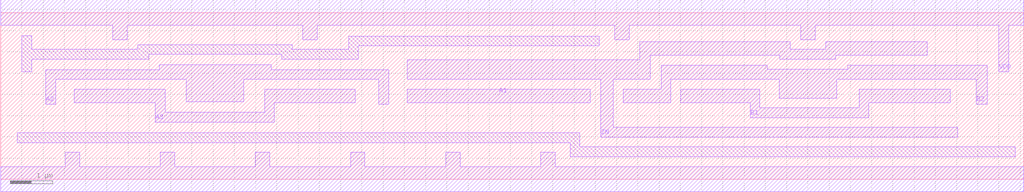
<source format=lef>
# Copyright 2022 GlobalFoundries PDK Authors
#
# Licensed under the Apache License, Version 2.0 (the "License");
# you may not use this file except in compliance with the License.
# You may obtain a copy of the License at
#
#      http://www.apache.org/licenses/LICENSE-2.0
#
# Unless required by applicable law or agreed to in writing, software
# distributed under the License is distributed on an "AS IS" BASIS,
# WITHOUT WARRANTIES OR CONDITIONS OF ANY KIND, either express or implied.
# See the License for the specific language governing permissions and
# limitations under the License.

MACRO gf180mcu_fd_sc_mcu7t5v0__oai32_4
  CLASS core ;
  FOREIGN gf180mcu_fd_sc_mcu7t5v0__oai32_4 0.0 0.0 ;
  ORIGIN 0 0 ;
  SYMMETRY X Y ;
  SITE GF018hv5v_mcu_sc7 ;
  SIZE 24.08 BY 3.92 ;
  PIN A1
    DIRECTION INPUT ;
    ANTENNAGATEAREA 4.158 ;
    PORT
      LAYER Metal1 ;
        POLYGON 9.57 1.8 13.88 1.8 13.88 2.12 9.57 2.12  ;
    END
  END A1
  PIN A2
    DIRECTION INPUT ;
    ANTENNAGATEAREA 4.158 ;
    PORT
      LAYER Metal1 ;
        POLYGON 1.055 1.76 1.295 1.76 1.295 2.35 4.365 2.35 4.365 1.825 5.725 1.825 5.725 2.35 8.895 2.35 8.895 1.76 9.135 1.76 9.135 2.58 6.365 2.58 6.365 2.69 3.73 2.69 3.73 2.58 1.055 2.58  ;
    END
  END A2
  PIN A3
    DIRECTION INPUT ;
    ANTENNAGATEAREA 4.158 ;
    PORT
      LAYER Metal1 ;
        POLYGON 1.73 1.8 3.64 1.8 3.64 1.345 6.44 1.345 6.44 1.8 8.35 1.8 8.35 2.12 6.21 2.12 6.21 1.575 3.87 1.575 3.87 2.12 1.73 2.12  ;
    END
  END A3
  PIN B1
    DIRECTION INPUT ;
    ANTENNAGATEAREA 4.158 ;
    PORT
      LAYER Metal1 ;
        POLYGON 16.005 1.8 17.64 1.8 17.64 1.45 20.44 1.45 20.44 1.8 22.35 1.8 22.35 2.12 20.21 2.12 20.21 1.68 17.87 1.68 17.87 2.12 16.005 2.12  ;
    END
  END B1
  PIN B2
    DIRECTION INPUT ;
    ANTENNAGATEAREA 4.158 ;
    PORT
      LAYER Metal1 ;
        POLYGON 14.65 1.8 15.775 1.8 15.775 2.36 18.325 2.36 18.325 1.91 19.685 1.91 19.685 2.36 22.965 2.36 22.965 1.76 23.225 1.76 23.225 2.68 19.945 2.68 19.945 2.595 18.05 2.595 18.05 2.68 15.545 2.68 15.545 2.12 14.65 2.12  ;
    END
  END B2
  PIN ZN
    DIRECTION OUTPUT ;
    ANTENNADIFFAREA 4.1761 ;
    PORT
      LAYER Metal1 ;
        POLYGON 9.57 2.36 14.12 2.36 14.12 0.99 22.535 0.99 22.535 1.22 14.42 1.22 14.42 2.36 15.295 2.36 15.295 2.92 18.335 2.92 18.335 2.825 19.655 2.825 19.655 2.92 21.81 2.92 21.81 3.24 19.425 3.24 19.425 3.055 18.585 3.055 18.585 3.24 15.045 3.24 15.045 2.815 9.57 2.815  ;
    END
  END ZN
  PIN VDD
    DIRECTION INOUT ;
    USE power ;
    SHAPE ABUTMENT ;
    PORT
      LAYER Metal1 ;
        POLYGON 0 3.62 2.635 3.62 2.635 3.285 2.975 3.285 2.975 3.62 7.115 3.62 7.115 3.285 7.455 3.285 7.455 3.62 14.085 3.62 14.455 3.62 14.455 3.285 14.795 3.285 14.795 3.62 18.835 3.62 18.835 3.285 19.175 3.285 19.175 3.62 23.5 3.62 23.5 2.53 23.73 2.53 23.73 3.62 23.885 3.62 24.08 3.62 24.08 4.22 23.885 4.22 14.085 4.22 0 4.22  ;
    END
  END VDD
  PIN VSS
    DIRECTION INOUT ;
    USE ground ;
    SHAPE ABUTMENT ;
    PORT
      LAYER Metal1 ;
        POLYGON 0 -0.3 24.08 -0.3 24.08 0.3 13.055 0.3 13.055 0.635 12.715 0.635 12.715 0.3 10.815 0.3 10.815 0.635 10.475 0.635 10.475 0.3 8.575 0.3 8.575 0.635 8.235 0.635 8.235 0.3 6.335 0.3 6.335 0.635 5.995 0.635 5.995 0.3 4.095 0.3 4.095 0.635 3.755 0.635 3.755 0.3 1.855 0.3 1.855 0.635 1.515 0.635 1.515 0.3 0 0.3  ;
    END
  END VSS
  OBS
      LAYER Metal1 ;
        POLYGON 0.5 2.53 0.73 2.53 0.73 2.825 3.48 2.825 3.48 2.94 6.615 2.94 6.615 2.825 8.42 2.825 8.42 3.14 14.085 3.14 14.085 3.37 8.19 3.37 8.19 3.055 6.865 3.055 6.865 3.17 3.23 3.17 3.23 3.055 0.73 3.055 0.73 3.38 0.5 3.38  ;
        POLYGON 0.385 0.865 13.405 0.865 13.405 0.53 23.885 0.53 23.885 0.76 13.635 0.76 13.635 1.095 0.385 1.095  ;
  END
END gf180mcu_fd_sc_mcu7t5v0__oai32_4

</source>
